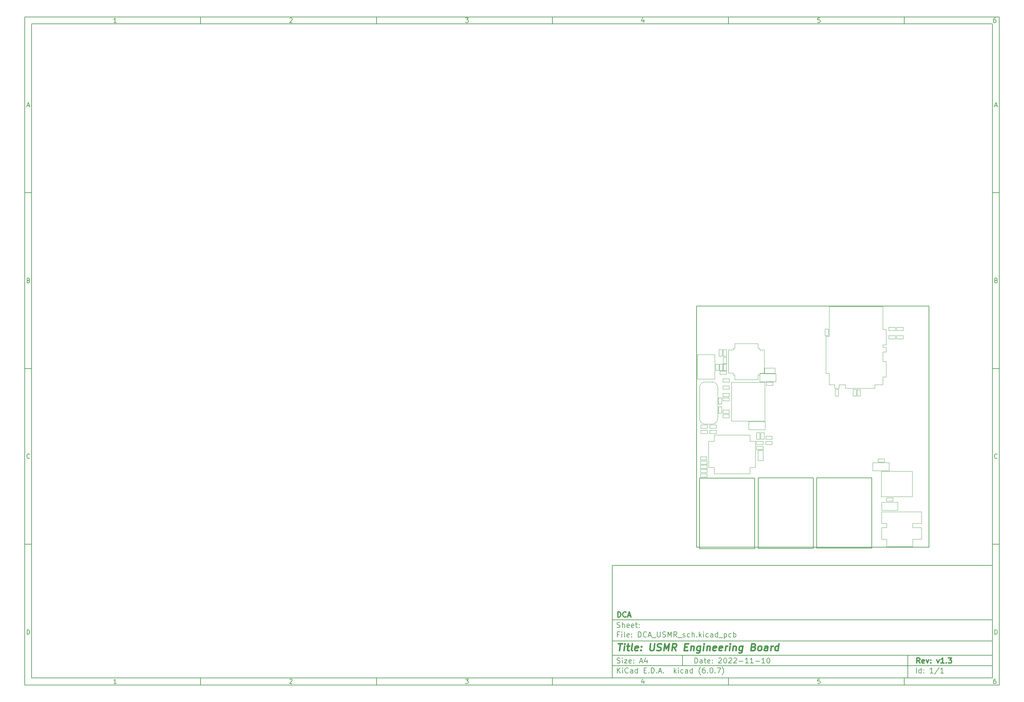
<source format=gbr>
%TF.GenerationSoftware,KiCad,Pcbnew,(6.0.7)*%
%TF.CreationDate,2023-02-07T14:26:13-05:00*%
%TF.ProjectId,DCA_USMR_sch,4443415f-5553-44d5-925f-7363682e6b69,v1.3*%
%TF.SameCoordinates,Original*%
%TF.FileFunction,Other,User*%
%FSLAX46Y46*%
G04 Gerber Fmt 4.6, Leading zero omitted, Abs format (unit mm)*
G04 Created by KiCad (PCBNEW (6.0.7)) date 2023-02-07 14:26:13*
%MOMM*%
%LPD*%
G01*
G04 APERTURE LIST*
%ADD10C,0.100000*%
%ADD11C,0.150000*%
%ADD12C,0.300000*%
%ADD13C,0.400000*%
%TA.AperFunction,Profile*%
%ADD14C,0.200000*%
%TD*%
%ADD15C,0.050000*%
G04 APERTURE END LIST*
D10*
D11*
X177002200Y-166007200D02*
X177002200Y-198007200D01*
X285002200Y-198007200D01*
X285002200Y-166007200D01*
X177002200Y-166007200D01*
D10*
D11*
X10000000Y-10000000D02*
X10000000Y-200007200D01*
X287002200Y-200007200D01*
X287002200Y-10000000D01*
X10000000Y-10000000D01*
D10*
D11*
X12000000Y-12000000D02*
X12000000Y-198007200D01*
X285002200Y-198007200D01*
X285002200Y-12000000D01*
X12000000Y-12000000D01*
D10*
D11*
X60000000Y-12000000D02*
X60000000Y-10000000D01*
D10*
D11*
X110000000Y-12000000D02*
X110000000Y-10000000D01*
D10*
D11*
X160000000Y-12000000D02*
X160000000Y-10000000D01*
D10*
D11*
X210000000Y-12000000D02*
X210000000Y-10000000D01*
D10*
D11*
X260000000Y-12000000D02*
X260000000Y-10000000D01*
D10*
D11*
X36065476Y-11588095D02*
X35322619Y-11588095D01*
X35694047Y-11588095D02*
X35694047Y-10288095D01*
X35570238Y-10473809D01*
X35446428Y-10597619D01*
X35322619Y-10659523D01*
D10*
D11*
X85322619Y-10411904D02*
X85384523Y-10350000D01*
X85508333Y-10288095D01*
X85817857Y-10288095D01*
X85941666Y-10350000D01*
X86003571Y-10411904D01*
X86065476Y-10535714D01*
X86065476Y-10659523D01*
X86003571Y-10845238D01*
X85260714Y-11588095D01*
X86065476Y-11588095D01*
D10*
D11*
X135260714Y-10288095D02*
X136065476Y-10288095D01*
X135632142Y-10783333D01*
X135817857Y-10783333D01*
X135941666Y-10845238D01*
X136003571Y-10907142D01*
X136065476Y-11030952D01*
X136065476Y-11340476D01*
X136003571Y-11464285D01*
X135941666Y-11526190D01*
X135817857Y-11588095D01*
X135446428Y-11588095D01*
X135322619Y-11526190D01*
X135260714Y-11464285D01*
D10*
D11*
X185941666Y-10721428D02*
X185941666Y-11588095D01*
X185632142Y-10226190D02*
X185322619Y-11154761D01*
X186127380Y-11154761D01*
D10*
D11*
X236003571Y-10288095D02*
X235384523Y-10288095D01*
X235322619Y-10907142D01*
X235384523Y-10845238D01*
X235508333Y-10783333D01*
X235817857Y-10783333D01*
X235941666Y-10845238D01*
X236003571Y-10907142D01*
X236065476Y-11030952D01*
X236065476Y-11340476D01*
X236003571Y-11464285D01*
X235941666Y-11526190D01*
X235817857Y-11588095D01*
X235508333Y-11588095D01*
X235384523Y-11526190D01*
X235322619Y-11464285D01*
D10*
D11*
X285941666Y-10288095D02*
X285694047Y-10288095D01*
X285570238Y-10350000D01*
X285508333Y-10411904D01*
X285384523Y-10597619D01*
X285322619Y-10845238D01*
X285322619Y-11340476D01*
X285384523Y-11464285D01*
X285446428Y-11526190D01*
X285570238Y-11588095D01*
X285817857Y-11588095D01*
X285941666Y-11526190D01*
X286003571Y-11464285D01*
X286065476Y-11340476D01*
X286065476Y-11030952D01*
X286003571Y-10907142D01*
X285941666Y-10845238D01*
X285817857Y-10783333D01*
X285570238Y-10783333D01*
X285446428Y-10845238D01*
X285384523Y-10907142D01*
X285322619Y-11030952D01*
D10*
D11*
X60000000Y-198007200D02*
X60000000Y-200007200D01*
D10*
D11*
X110000000Y-198007200D02*
X110000000Y-200007200D01*
D10*
D11*
X160000000Y-198007200D02*
X160000000Y-200007200D01*
D10*
D11*
X210000000Y-198007200D02*
X210000000Y-200007200D01*
D10*
D11*
X260000000Y-198007200D02*
X260000000Y-200007200D01*
D10*
D11*
X36065476Y-199595295D02*
X35322619Y-199595295D01*
X35694047Y-199595295D02*
X35694047Y-198295295D01*
X35570238Y-198481009D01*
X35446428Y-198604819D01*
X35322619Y-198666723D01*
D10*
D11*
X85322619Y-198419104D02*
X85384523Y-198357200D01*
X85508333Y-198295295D01*
X85817857Y-198295295D01*
X85941666Y-198357200D01*
X86003571Y-198419104D01*
X86065476Y-198542914D01*
X86065476Y-198666723D01*
X86003571Y-198852438D01*
X85260714Y-199595295D01*
X86065476Y-199595295D01*
D10*
D11*
X135260714Y-198295295D02*
X136065476Y-198295295D01*
X135632142Y-198790533D01*
X135817857Y-198790533D01*
X135941666Y-198852438D01*
X136003571Y-198914342D01*
X136065476Y-199038152D01*
X136065476Y-199347676D01*
X136003571Y-199471485D01*
X135941666Y-199533390D01*
X135817857Y-199595295D01*
X135446428Y-199595295D01*
X135322619Y-199533390D01*
X135260714Y-199471485D01*
D10*
D11*
X185941666Y-198728628D02*
X185941666Y-199595295D01*
X185632142Y-198233390D02*
X185322619Y-199161961D01*
X186127380Y-199161961D01*
D10*
D11*
X236003571Y-198295295D02*
X235384523Y-198295295D01*
X235322619Y-198914342D01*
X235384523Y-198852438D01*
X235508333Y-198790533D01*
X235817857Y-198790533D01*
X235941666Y-198852438D01*
X236003571Y-198914342D01*
X236065476Y-199038152D01*
X236065476Y-199347676D01*
X236003571Y-199471485D01*
X235941666Y-199533390D01*
X235817857Y-199595295D01*
X235508333Y-199595295D01*
X235384523Y-199533390D01*
X235322619Y-199471485D01*
D10*
D11*
X285941666Y-198295295D02*
X285694047Y-198295295D01*
X285570238Y-198357200D01*
X285508333Y-198419104D01*
X285384523Y-198604819D01*
X285322619Y-198852438D01*
X285322619Y-199347676D01*
X285384523Y-199471485D01*
X285446428Y-199533390D01*
X285570238Y-199595295D01*
X285817857Y-199595295D01*
X285941666Y-199533390D01*
X286003571Y-199471485D01*
X286065476Y-199347676D01*
X286065476Y-199038152D01*
X286003571Y-198914342D01*
X285941666Y-198852438D01*
X285817857Y-198790533D01*
X285570238Y-198790533D01*
X285446428Y-198852438D01*
X285384523Y-198914342D01*
X285322619Y-199038152D01*
D10*
D11*
X10000000Y-60000000D02*
X12000000Y-60000000D01*
D10*
D11*
X10000000Y-110000000D02*
X12000000Y-110000000D01*
D10*
D11*
X10000000Y-160000000D02*
X12000000Y-160000000D01*
D10*
D11*
X10690476Y-35216666D02*
X11309523Y-35216666D01*
X10566666Y-35588095D02*
X11000000Y-34288095D01*
X11433333Y-35588095D01*
D10*
D11*
X11092857Y-84907142D02*
X11278571Y-84969047D01*
X11340476Y-85030952D01*
X11402380Y-85154761D01*
X11402380Y-85340476D01*
X11340476Y-85464285D01*
X11278571Y-85526190D01*
X11154761Y-85588095D01*
X10659523Y-85588095D01*
X10659523Y-84288095D01*
X11092857Y-84288095D01*
X11216666Y-84350000D01*
X11278571Y-84411904D01*
X11340476Y-84535714D01*
X11340476Y-84659523D01*
X11278571Y-84783333D01*
X11216666Y-84845238D01*
X11092857Y-84907142D01*
X10659523Y-84907142D01*
D10*
D11*
X11402380Y-135464285D02*
X11340476Y-135526190D01*
X11154761Y-135588095D01*
X11030952Y-135588095D01*
X10845238Y-135526190D01*
X10721428Y-135402380D01*
X10659523Y-135278571D01*
X10597619Y-135030952D01*
X10597619Y-134845238D01*
X10659523Y-134597619D01*
X10721428Y-134473809D01*
X10845238Y-134350000D01*
X11030952Y-134288095D01*
X11154761Y-134288095D01*
X11340476Y-134350000D01*
X11402380Y-134411904D01*
D10*
D11*
X10659523Y-185588095D02*
X10659523Y-184288095D01*
X10969047Y-184288095D01*
X11154761Y-184350000D01*
X11278571Y-184473809D01*
X11340476Y-184597619D01*
X11402380Y-184845238D01*
X11402380Y-185030952D01*
X11340476Y-185278571D01*
X11278571Y-185402380D01*
X11154761Y-185526190D01*
X10969047Y-185588095D01*
X10659523Y-185588095D01*
D10*
D11*
X287002200Y-60000000D02*
X285002200Y-60000000D01*
D10*
D11*
X287002200Y-110000000D02*
X285002200Y-110000000D01*
D10*
D11*
X287002200Y-160000000D02*
X285002200Y-160000000D01*
D10*
D11*
X285692676Y-35216666D02*
X286311723Y-35216666D01*
X285568866Y-35588095D02*
X286002200Y-34288095D01*
X286435533Y-35588095D01*
D10*
D11*
X286095057Y-84907142D02*
X286280771Y-84969047D01*
X286342676Y-85030952D01*
X286404580Y-85154761D01*
X286404580Y-85340476D01*
X286342676Y-85464285D01*
X286280771Y-85526190D01*
X286156961Y-85588095D01*
X285661723Y-85588095D01*
X285661723Y-84288095D01*
X286095057Y-84288095D01*
X286218866Y-84350000D01*
X286280771Y-84411904D01*
X286342676Y-84535714D01*
X286342676Y-84659523D01*
X286280771Y-84783333D01*
X286218866Y-84845238D01*
X286095057Y-84907142D01*
X285661723Y-84907142D01*
D10*
D11*
X286404580Y-135464285D02*
X286342676Y-135526190D01*
X286156961Y-135588095D01*
X286033152Y-135588095D01*
X285847438Y-135526190D01*
X285723628Y-135402380D01*
X285661723Y-135278571D01*
X285599819Y-135030952D01*
X285599819Y-134845238D01*
X285661723Y-134597619D01*
X285723628Y-134473809D01*
X285847438Y-134350000D01*
X286033152Y-134288095D01*
X286156961Y-134288095D01*
X286342676Y-134350000D01*
X286404580Y-134411904D01*
D10*
D11*
X285661723Y-185588095D02*
X285661723Y-184288095D01*
X285971247Y-184288095D01*
X286156961Y-184350000D01*
X286280771Y-184473809D01*
X286342676Y-184597619D01*
X286404580Y-184845238D01*
X286404580Y-185030952D01*
X286342676Y-185278571D01*
X286280771Y-185402380D01*
X286156961Y-185526190D01*
X285971247Y-185588095D01*
X285661723Y-185588095D01*
D10*
D11*
X200434342Y-193785771D02*
X200434342Y-192285771D01*
X200791485Y-192285771D01*
X201005771Y-192357200D01*
X201148628Y-192500057D01*
X201220057Y-192642914D01*
X201291485Y-192928628D01*
X201291485Y-193142914D01*
X201220057Y-193428628D01*
X201148628Y-193571485D01*
X201005771Y-193714342D01*
X200791485Y-193785771D01*
X200434342Y-193785771D01*
X202577200Y-193785771D02*
X202577200Y-193000057D01*
X202505771Y-192857200D01*
X202362914Y-192785771D01*
X202077200Y-192785771D01*
X201934342Y-192857200D01*
X202577200Y-193714342D02*
X202434342Y-193785771D01*
X202077200Y-193785771D01*
X201934342Y-193714342D01*
X201862914Y-193571485D01*
X201862914Y-193428628D01*
X201934342Y-193285771D01*
X202077200Y-193214342D01*
X202434342Y-193214342D01*
X202577200Y-193142914D01*
X203077200Y-192785771D02*
X203648628Y-192785771D01*
X203291485Y-192285771D02*
X203291485Y-193571485D01*
X203362914Y-193714342D01*
X203505771Y-193785771D01*
X203648628Y-193785771D01*
X204720057Y-193714342D02*
X204577200Y-193785771D01*
X204291485Y-193785771D01*
X204148628Y-193714342D01*
X204077200Y-193571485D01*
X204077200Y-193000057D01*
X204148628Y-192857200D01*
X204291485Y-192785771D01*
X204577200Y-192785771D01*
X204720057Y-192857200D01*
X204791485Y-193000057D01*
X204791485Y-193142914D01*
X204077200Y-193285771D01*
X205434342Y-193642914D02*
X205505771Y-193714342D01*
X205434342Y-193785771D01*
X205362914Y-193714342D01*
X205434342Y-193642914D01*
X205434342Y-193785771D01*
X205434342Y-192857200D02*
X205505771Y-192928628D01*
X205434342Y-193000057D01*
X205362914Y-192928628D01*
X205434342Y-192857200D01*
X205434342Y-193000057D01*
X207220057Y-192428628D02*
X207291485Y-192357200D01*
X207434342Y-192285771D01*
X207791485Y-192285771D01*
X207934342Y-192357200D01*
X208005771Y-192428628D01*
X208077200Y-192571485D01*
X208077200Y-192714342D01*
X208005771Y-192928628D01*
X207148628Y-193785771D01*
X208077200Y-193785771D01*
X209005771Y-192285771D02*
X209148628Y-192285771D01*
X209291485Y-192357200D01*
X209362914Y-192428628D01*
X209434342Y-192571485D01*
X209505771Y-192857200D01*
X209505771Y-193214342D01*
X209434342Y-193500057D01*
X209362914Y-193642914D01*
X209291485Y-193714342D01*
X209148628Y-193785771D01*
X209005771Y-193785771D01*
X208862914Y-193714342D01*
X208791485Y-193642914D01*
X208720057Y-193500057D01*
X208648628Y-193214342D01*
X208648628Y-192857200D01*
X208720057Y-192571485D01*
X208791485Y-192428628D01*
X208862914Y-192357200D01*
X209005771Y-192285771D01*
X210077200Y-192428628D02*
X210148628Y-192357200D01*
X210291485Y-192285771D01*
X210648628Y-192285771D01*
X210791485Y-192357200D01*
X210862914Y-192428628D01*
X210934342Y-192571485D01*
X210934342Y-192714342D01*
X210862914Y-192928628D01*
X210005771Y-193785771D01*
X210934342Y-193785771D01*
X211505771Y-192428628D02*
X211577200Y-192357200D01*
X211720057Y-192285771D01*
X212077200Y-192285771D01*
X212220057Y-192357200D01*
X212291485Y-192428628D01*
X212362914Y-192571485D01*
X212362914Y-192714342D01*
X212291485Y-192928628D01*
X211434342Y-193785771D01*
X212362914Y-193785771D01*
X213005771Y-193214342D02*
X214148628Y-193214342D01*
X215648628Y-193785771D02*
X214791485Y-193785771D01*
X215220057Y-193785771D02*
X215220057Y-192285771D01*
X215077200Y-192500057D01*
X214934342Y-192642914D01*
X214791485Y-192714342D01*
X217077200Y-193785771D02*
X216220057Y-193785771D01*
X216648628Y-193785771D02*
X216648628Y-192285771D01*
X216505771Y-192500057D01*
X216362914Y-192642914D01*
X216220057Y-192714342D01*
X217720057Y-193214342D02*
X218862914Y-193214342D01*
X220362914Y-193785771D02*
X219505771Y-193785771D01*
X219934342Y-193785771D02*
X219934342Y-192285771D01*
X219791485Y-192500057D01*
X219648628Y-192642914D01*
X219505771Y-192714342D01*
X221291485Y-192285771D02*
X221434342Y-192285771D01*
X221577200Y-192357200D01*
X221648628Y-192428628D01*
X221720057Y-192571485D01*
X221791485Y-192857200D01*
X221791485Y-193214342D01*
X221720057Y-193500057D01*
X221648628Y-193642914D01*
X221577200Y-193714342D01*
X221434342Y-193785771D01*
X221291485Y-193785771D01*
X221148628Y-193714342D01*
X221077200Y-193642914D01*
X221005771Y-193500057D01*
X220934342Y-193214342D01*
X220934342Y-192857200D01*
X221005771Y-192571485D01*
X221077200Y-192428628D01*
X221148628Y-192357200D01*
X221291485Y-192285771D01*
D10*
D11*
X177002200Y-194507200D02*
X285002200Y-194507200D01*
D10*
D11*
X178434342Y-196585771D02*
X178434342Y-195085771D01*
X179291485Y-196585771D02*
X178648628Y-195728628D01*
X179291485Y-195085771D02*
X178434342Y-195942914D01*
X179934342Y-196585771D02*
X179934342Y-195585771D01*
X179934342Y-195085771D02*
X179862914Y-195157200D01*
X179934342Y-195228628D01*
X180005771Y-195157200D01*
X179934342Y-195085771D01*
X179934342Y-195228628D01*
X181505771Y-196442914D02*
X181434342Y-196514342D01*
X181220057Y-196585771D01*
X181077200Y-196585771D01*
X180862914Y-196514342D01*
X180720057Y-196371485D01*
X180648628Y-196228628D01*
X180577200Y-195942914D01*
X180577200Y-195728628D01*
X180648628Y-195442914D01*
X180720057Y-195300057D01*
X180862914Y-195157200D01*
X181077200Y-195085771D01*
X181220057Y-195085771D01*
X181434342Y-195157200D01*
X181505771Y-195228628D01*
X182791485Y-196585771D02*
X182791485Y-195800057D01*
X182720057Y-195657200D01*
X182577200Y-195585771D01*
X182291485Y-195585771D01*
X182148628Y-195657200D01*
X182791485Y-196514342D02*
X182648628Y-196585771D01*
X182291485Y-196585771D01*
X182148628Y-196514342D01*
X182077200Y-196371485D01*
X182077200Y-196228628D01*
X182148628Y-196085771D01*
X182291485Y-196014342D01*
X182648628Y-196014342D01*
X182791485Y-195942914D01*
X184148628Y-196585771D02*
X184148628Y-195085771D01*
X184148628Y-196514342D02*
X184005771Y-196585771D01*
X183720057Y-196585771D01*
X183577200Y-196514342D01*
X183505771Y-196442914D01*
X183434342Y-196300057D01*
X183434342Y-195871485D01*
X183505771Y-195728628D01*
X183577200Y-195657200D01*
X183720057Y-195585771D01*
X184005771Y-195585771D01*
X184148628Y-195657200D01*
X186005771Y-195800057D02*
X186505771Y-195800057D01*
X186720057Y-196585771D02*
X186005771Y-196585771D01*
X186005771Y-195085771D01*
X186720057Y-195085771D01*
X187362914Y-196442914D02*
X187434342Y-196514342D01*
X187362914Y-196585771D01*
X187291485Y-196514342D01*
X187362914Y-196442914D01*
X187362914Y-196585771D01*
X188077200Y-196585771D02*
X188077200Y-195085771D01*
X188434342Y-195085771D01*
X188648628Y-195157200D01*
X188791485Y-195300057D01*
X188862914Y-195442914D01*
X188934342Y-195728628D01*
X188934342Y-195942914D01*
X188862914Y-196228628D01*
X188791485Y-196371485D01*
X188648628Y-196514342D01*
X188434342Y-196585771D01*
X188077200Y-196585771D01*
X189577200Y-196442914D02*
X189648628Y-196514342D01*
X189577200Y-196585771D01*
X189505771Y-196514342D01*
X189577200Y-196442914D01*
X189577200Y-196585771D01*
X190220057Y-196157200D02*
X190934342Y-196157200D01*
X190077200Y-196585771D02*
X190577200Y-195085771D01*
X191077200Y-196585771D01*
X191577200Y-196442914D02*
X191648628Y-196514342D01*
X191577200Y-196585771D01*
X191505771Y-196514342D01*
X191577200Y-196442914D01*
X191577200Y-196585771D01*
X194577200Y-196585771D02*
X194577200Y-195085771D01*
X194720057Y-196014342D02*
X195148628Y-196585771D01*
X195148628Y-195585771D02*
X194577200Y-196157200D01*
X195791485Y-196585771D02*
X195791485Y-195585771D01*
X195791485Y-195085771D02*
X195720057Y-195157200D01*
X195791485Y-195228628D01*
X195862914Y-195157200D01*
X195791485Y-195085771D01*
X195791485Y-195228628D01*
X197148628Y-196514342D02*
X197005771Y-196585771D01*
X196720057Y-196585771D01*
X196577200Y-196514342D01*
X196505771Y-196442914D01*
X196434342Y-196300057D01*
X196434342Y-195871485D01*
X196505771Y-195728628D01*
X196577200Y-195657200D01*
X196720057Y-195585771D01*
X197005771Y-195585771D01*
X197148628Y-195657200D01*
X198434342Y-196585771D02*
X198434342Y-195800057D01*
X198362914Y-195657200D01*
X198220057Y-195585771D01*
X197934342Y-195585771D01*
X197791485Y-195657200D01*
X198434342Y-196514342D02*
X198291485Y-196585771D01*
X197934342Y-196585771D01*
X197791485Y-196514342D01*
X197720057Y-196371485D01*
X197720057Y-196228628D01*
X197791485Y-196085771D01*
X197934342Y-196014342D01*
X198291485Y-196014342D01*
X198434342Y-195942914D01*
X199791485Y-196585771D02*
X199791485Y-195085771D01*
X199791485Y-196514342D02*
X199648628Y-196585771D01*
X199362914Y-196585771D01*
X199220057Y-196514342D01*
X199148628Y-196442914D01*
X199077200Y-196300057D01*
X199077200Y-195871485D01*
X199148628Y-195728628D01*
X199220057Y-195657200D01*
X199362914Y-195585771D01*
X199648628Y-195585771D01*
X199791485Y-195657200D01*
X202077200Y-197157200D02*
X202005771Y-197085771D01*
X201862914Y-196871485D01*
X201791485Y-196728628D01*
X201720057Y-196514342D01*
X201648628Y-196157200D01*
X201648628Y-195871485D01*
X201720057Y-195514342D01*
X201791485Y-195300057D01*
X201862914Y-195157200D01*
X202005771Y-194942914D01*
X202077200Y-194871485D01*
X203291485Y-195085771D02*
X203005771Y-195085771D01*
X202862914Y-195157200D01*
X202791485Y-195228628D01*
X202648628Y-195442914D01*
X202577200Y-195728628D01*
X202577200Y-196300057D01*
X202648628Y-196442914D01*
X202720057Y-196514342D01*
X202862914Y-196585771D01*
X203148628Y-196585771D01*
X203291485Y-196514342D01*
X203362914Y-196442914D01*
X203434342Y-196300057D01*
X203434342Y-195942914D01*
X203362914Y-195800057D01*
X203291485Y-195728628D01*
X203148628Y-195657200D01*
X202862914Y-195657200D01*
X202720057Y-195728628D01*
X202648628Y-195800057D01*
X202577200Y-195942914D01*
X204077200Y-196442914D02*
X204148628Y-196514342D01*
X204077200Y-196585771D01*
X204005771Y-196514342D01*
X204077200Y-196442914D01*
X204077200Y-196585771D01*
X205077200Y-195085771D02*
X205220057Y-195085771D01*
X205362914Y-195157200D01*
X205434342Y-195228628D01*
X205505771Y-195371485D01*
X205577200Y-195657200D01*
X205577200Y-196014342D01*
X205505771Y-196300057D01*
X205434342Y-196442914D01*
X205362914Y-196514342D01*
X205220057Y-196585771D01*
X205077200Y-196585771D01*
X204934342Y-196514342D01*
X204862914Y-196442914D01*
X204791485Y-196300057D01*
X204720057Y-196014342D01*
X204720057Y-195657200D01*
X204791485Y-195371485D01*
X204862914Y-195228628D01*
X204934342Y-195157200D01*
X205077200Y-195085771D01*
X206220057Y-196442914D02*
X206291485Y-196514342D01*
X206220057Y-196585771D01*
X206148628Y-196514342D01*
X206220057Y-196442914D01*
X206220057Y-196585771D01*
X206791485Y-195085771D02*
X207791485Y-195085771D01*
X207148628Y-196585771D01*
X208220057Y-197157200D02*
X208291485Y-197085771D01*
X208434342Y-196871485D01*
X208505771Y-196728628D01*
X208577200Y-196514342D01*
X208648628Y-196157200D01*
X208648628Y-195871485D01*
X208577200Y-195514342D01*
X208505771Y-195300057D01*
X208434342Y-195157200D01*
X208291485Y-194942914D01*
X208220057Y-194871485D01*
D10*
D11*
X177002200Y-191507200D02*
X285002200Y-191507200D01*
D10*
D12*
X264411485Y-193785771D02*
X263911485Y-193071485D01*
X263554342Y-193785771D02*
X263554342Y-192285771D01*
X264125771Y-192285771D01*
X264268628Y-192357200D01*
X264340057Y-192428628D01*
X264411485Y-192571485D01*
X264411485Y-192785771D01*
X264340057Y-192928628D01*
X264268628Y-193000057D01*
X264125771Y-193071485D01*
X263554342Y-193071485D01*
X265625771Y-193714342D02*
X265482914Y-193785771D01*
X265197200Y-193785771D01*
X265054342Y-193714342D01*
X264982914Y-193571485D01*
X264982914Y-193000057D01*
X265054342Y-192857200D01*
X265197200Y-192785771D01*
X265482914Y-192785771D01*
X265625771Y-192857200D01*
X265697200Y-193000057D01*
X265697200Y-193142914D01*
X264982914Y-193285771D01*
X266197200Y-192785771D02*
X266554342Y-193785771D01*
X266911485Y-192785771D01*
X267482914Y-193642914D02*
X267554342Y-193714342D01*
X267482914Y-193785771D01*
X267411485Y-193714342D01*
X267482914Y-193642914D01*
X267482914Y-193785771D01*
X267482914Y-192857200D02*
X267554342Y-192928628D01*
X267482914Y-193000057D01*
X267411485Y-192928628D01*
X267482914Y-192857200D01*
X267482914Y-193000057D01*
X269197200Y-192785771D02*
X269554342Y-193785771D01*
X269911485Y-192785771D01*
X271268628Y-193785771D02*
X270411485Y-193785771D01*
X270840057Y-193785771D02*
X270840057Y-192285771D01*
X270697200Y-192500057D01*
X270554342Y-192642914D01*
X270411485Y-192714342D01*
X271911485Y-193642914D02*
X271982914Y-193714342D01*
X271911485Y-193785771D01*
X271840057Y-193714342D01*
X271911485Y-193642914D01*
X271911485Y-193785771D01*
X272482914Y-192285771D02*
X273411485Y-192285771D01*
X272911485Y-192857200D01*
X273125771Y-192857200D01*
X273268628Y-192928628D01*
X273340057Y-193000057D01*
X273411485Y-193142914D01*
X273411485Y-193500057D01*
X273340057Y-193642914D01*
X273268628Y-193714342D01*
X273125771Y-193785771D01*
X272697200Y-193785771D01*
X272554342Y-193714342D01*
X272482914Y-193642914D01*
D10*
D11*
X178362914Y-193714342D02*
X178577200Y-193785771D01*
X178934342Y-193785771D01*
X179077200Y-193714342D01*
X179148628Y-193642914D01*
X179220057Y-193500057D01*
X179220057Y-193357200D01*
X179148628Y-193214342D01*
X179077200Y-193142914D01*
X178934342Y-193071485D01*
X178648628Y-193000057D01*
X178505771Y-192928628D01*
X178434342Y-192857200D01*
X178362914Y-192714342D01*
X178362914Y-192571485D01*
X178434342Y-192428628D01*
X178505771Y-192357200D01*
X178648628Y-192285771D01*
X179005771Y-192285771D01*
X179220057Y-192357200D01*
X179862914Y-193785771D02*
X179862914Y-192785771D01*
X179862914Y-192285771D02*
X179791485Y-192357200D01*
X179862914Y-192428628D01*
X179934342Y-192357200D01*
X179862914Y-192285771D01*
X179862914Y-192428628D01*
X180434342Y-192785771D02*
X181220057Y-192785771D01*
X180434342Y-193785771D01*
X181220057Y-193785771D01*
X182362914Y-193714342D02*
X182220057Y-193785771D01*
X181934342Y-193785771D01*
X181791485Y-193714342D01*
X181720057Y-193571485D01*
X181720057Y-193000057D01*
X181791485Y-192857200D01*
X181934342Y-192785771D01*
X182220057Y-192785771D01*
X182362914Y-192857200D01*
X182434342Y-193000057D01*
X182434342Y-193142914D01*
X181720057Y-193285771D01*
X183077200Y-193642914D02*
X183148628Y-193714342D01*
X183077200Y-193785771D01*
X183005771Y-193714342D01*
X183077200Y-193642914D01*
X183077200Y-193785771D01*
X183077200Y-192857200D02*
X183148628Y-192928628D01*
X183077200Y-193000057D01*
X183005771Y-192928628D01*
X183077200Y-192857200D01*
X183077200Y-193000057D01*
X184862914Y-193357200D02*
X185577200Y-193357200D01*
X184720057Y-193785771D02*
X185220057Y-192285771D01*
X185720057Y-193785771D01*
X186862914Y-192785771D02*
X186862914Y-193785771D01*
X186505771Y-192214342D02*
X186148628Y-193285771D01*
X187077200Y-193285771D01*
D10*
D11*
X263434342Y-196585771D02*
X263434342Y-195085771D01*
X264791485Y-196585771D02*
X264791485Y-195085771D01*
X264791485Y-196514342D02*
X264648628Y-196585771D01*
X264362914Y-196585771D01*
X264220057Y-196514342D01*
X264148628Y-196442914D01*
X264077200Y-196300057D01*
X264077200Y-195871485D01*
X264148628Y-195728628D01*
X264220057Y-195657200D01*
X264362914Y-195585771D01*
X264648628Y-195585771D01*
X264791485Y-195657200D01*
X265505771Y-196442914D02*
X265577200Y-196514342D01*
X265505771Y-196585771D01*
X265434342Y-196514342D01*
X265505771Y-196442914D01*
X265505771Y-196585771D01*
X265505771Y-195657200D02*
X265577200Y-195728628D01*
X265505771Y-195800057D01*
X265434342Y-195728628D01*
X265505771Y-195657200D01*
X265505771Y-195800057D01*
X268148628Y-196585771D02*
X267291485Y-196585771D01*
X267720057Y-196585771D02*
X267720057Y-195085771D01*
X267577200Y-195300057D01*
X267434342Y-195442914D01*
X267291485Y-195514342D01*
X269862914Y-195014342D02*
X268577200Y-196942914D01*
X271148628Y-196585771D02*
X270291485Y-196585771D01*
X270720057Y-196585771D02*
X270720057Y-195085771D01*
X270577200Y-195300057D01*
X270434342Y-195442914D01*
X270291485Y-195514342D01*
D10*
D11*
X177002200Y-187507200D02*
X285002200Y-187507200D01*
D10*
D13*
X178714580Y-188211961D02*
X179857438Y-188211961D01*
X179036009Y-190211961D02*
X179286009Y-188211961D01*
X180274104Y-190211961D02*
X180440771Y-188878628D01*
X180524104Y-188211961D02*
X180416961Y-188307200D01*
X180500295Y-188402438D01*
X180607438Y-188307200D01*
X180524104Y-188211961D01*
X180500295Y-188402438D01*
X181107438Y-188878628D02*
X181869342Y-188878628D01*
X181476485Y-188211961D02*
X181262200Y-189926247D01*
X181333628Y-190116723D01*
X181512200Y-190211961D01*
X181702676Y-190211961D01*
X182655057Y-190211961D02*
X182476485Y-190116723D01*
X182405057Y-189926247D01*
X182619342Y-188211961D01*
X184190771Y-190116723D02*
X183988390Y-190211961D01*
X183607438Y-190211961D01*
X183428866Y-190116723D01*
X183357438Y-189926247D01*
X183452676Y-189164342D01*
X183571723Y-188973866D01*
X183774104Y-188878628D01*
X184155057Y-188878628D01*
X184333628Y-188973866D01*
X184405057Y-189164342D01*
X184381247Y-189354819D01*
X183405057Y-189545295D01*
X185155057Y-190021485D02*
X185238390Y-190116723D01*
X185131247Y-190211961D01*
X185047914Y-190116723D01*
X185155057Y-190021485D01*
X185131247Y-190211961D01*
X185286009Y-188973866D02*
X185369342Y-189069104D01*
X185262200Y-189164342D01*
X185178866Y-189069104D01*
X185286009Y-188973866D01*
X185262200Y-189164342D01*
X187857438Y-188211961D02*
X187655057Y-189831009D01*
X187726485Y-190021485D01*
X187809819Y-190116723D01*
X187988390Y-190211961D01*
X188369342Y-190211961D01*
X188571723Y-190116723D01*
X188678866Y-190021485D01*
X188797914Y-189831009D01*
X189000295Y-188211961D01*
X189619342Y-190116723D02*
X189893152Y-190211961D01*
X190369342Y-190211961D01*
X190571723Y-190116723D01*
X190678866Y-190021485D01*
X190797914Y-189831009D01*
X190821723Y-189640533D01*
X190750295Y-189450057D01*
X190666961Y-189354819D01*
X190488390Y-189259580D01*
X190119342Y-189164342D01*
X189940771Y-189069104D01*
X189857438Y-188973866D01*
X189786009Y-188783390D01*
X189809819Y-188592914D01*
X189928866Y-188402438D01*
X190036009Y-188307200D01*
X190238390Y-188211961D01*
X190714580Y-188211961D01*
X190988390Y-188307200D01*
X191607438Y-190211961D02*
X191857438Y-188211961D01*
X192345533Y-189640533D01*
X193190771Y-188211961D01*
X192940771Y-190211961D01*
X195036009Y-190211961D02*
X194488390Y-189259580D01*
X193893152Y-190211961D02*
X194143152Y-188211961D01*
X194905057Y-188211961D01*
X195083628Y-188307200D01*
X195166961Y-188402438D01*
X195238390Y-188592914D01*
X195202676Y-188878628D01*
X195083628Y-189069104D01*
X194976485Y-189164342D01*
X194774104Y-189259580D01*
X194012200Y-189259580D01*
X197547914Y-189164342D02*
X198214580Y-189164342D01*
X198369342Y-190211961D02*
X197416961Y-190211961D01*
X197666961Y-188211961D01*
X198619342Y-188211961D01*
X199393152Y-188878628D02*
X199226485Y-190211961D01*
X199369342Y-189069104D02*
X199476485Y-188973866D01*
X199678866Y-188878628D01*
X199964580Y-188878628D01*
X200143152Y-188973866D01*
X200214580Y-189164342D01*
X200083628Y-190211961D01*
X202059819Y-188878628D02*
X201857438Y-190497676D01*
X201738390Y-190688152D01*
X201631247Y-190783390D01*
X201428866Y-190878628D01*
X201143152Y-190878628D01*
X200964580Y-190783390D01*
X201905057Y-190116723D02*
X201702676Y-190211961D01*
X201321723Y-190211961D01*
X201143152Y-190116723D01*
X201059819Y-190021485D01*
X200988390Y-189831009D01*
X201059819Y-189259580D01*
X201178866Y-189069104D01*
X201286009Y-188973866D01*
X201488390Y-188878628D01*
X201869342Y-188878628D01*
X202047914Y-188973866D01*
X202845533Y-190211961D02*
X203012200Y-188878628D01*
X203095533Y-188211961D02*
X202988390Y-188307200D01*
X203071723Y-188402438D01*
X203178866Y-188307200D01*
X203095533Y-188211961D01*
X203071723Y-188402438D01*
X203964580Y-188878628D02*
X203797914Y-190211961D01*
X203940771Y-189069104D02*
X204047914Y-188973866D01*
X204250295Y-188878628D01*
X204536009Y-188878628D01*
X204714580Y-188973866D01*
X204786009Y-189164342D01*
X204655057Y-190211961D01*
X206381247Y-190116723D02*
X206178866Y-190211961D01*
X205797914Y-190211961D01*
X205619342Y-190116723D01*
X205547914Y-189926247D01*
X205643152Y-189164342D01*
X205762200Y-188973866D01*
X205964580Y-188878628D01*
X206345533Y-188878628D01*
X206524104Y-188973866D01*
X206595533Y-189164342D01*
X206571723Y-189354819D01*
X205595533Y-189545295D01*
X208095533Y-190116723D02*
X207893152Y-190211961D01*
X207512200Y-190211961D01*
X207333628Y-190116723D01*
X207262200Y-189926247D01*
X207357438Y-189164342D01*
X207476485Y-188973866D01*
X207678866Y-188878628D01*
X208059819Y-188878628D01*
X208238390Y-188973866D01*
X208309819Y-189164342D01*
X208286009Y-189354819D01*
X207309819Y-189545295D01*
X209036009Y-190211961D02*
X209202676Y-188878628D01*
X209155057Y-189259580D02*
X209274104Y-189069104D01*
X209381247Y-188973866D01*
X209583628Y-188878628D01*
X209774104Y-188878628D01*
X210274104Y-190211961D02*
X210440771Y-188878628D01*
X210524104Y-188211961D02*
X210416961Y-188307200D01*
X210500295Y-188402438D01*
X210607438Y-188307200D01*
X210524104Y-188211961D01*
X210500295Y-188402438D01*
X211393152Y-188878628D02*
X211226485Y-190211961D01*
X211369342Y-189069104D02*
X211476485Y-188973866D01*
X211678866Y-188878628D01*
X211964580Y-188878628D01*
X212143152Y-188973866D01*
X212214580Y-189164342D01*
X212083628Y-190211961D01*
X214059819Y-188878628D02*
X213857438Y-190497676D01*
X213738390Y-190688152D01*
X213631247Y-190783390D01*
X213428866Y-190878628D01*
X213143152Y-190878628D01*
X212964580Y-190783390D01*
X213905057Y-190116723D02*
X213702676Y-190211961D01*
X213321723Y-190211961D01*
X213143152Y-190116723D01*
X213059819Y-190021485D01*
X212988390Y-189831009D01*
X213059819Y-189259580D01*
X213178866Y-189069104D01*
X213286009Y-188973866D01*
X213488390Y-188878628D01*
X213869342Y-188878628D01*
X214047914Y-188973866D01*
X217166961Y-189164342D02*
X217440771Y-189259580D01*
X217524104Y-189354819D01*
X217595533Y-189545295D01*
X217559819Y-189831009D01*
X217440771Y-190021485D01*
X217333628Y-190116723D01*
X217131247Y-190211961D01*
X216369342Y-190211961D01*
X216619342Y-188211961D01*
X217286009Y-188211961D01*
X217464580Y-188307200D01*
X217547914Y-188402438D01*
X217619342Y-188592914D01*
X217595533Y-188783390D01*
X217476485Y-188973866D01*
X217369342Y-189069104D01*
X217166961Y-189164342D01*
X216500295Y-189164342D01*
X218655057Y-190211961D02*
X218476485Y-190116723D01*
X218393152Y-190021485D01*
X218321723Y-189831009D01*
X218393152Y-189259580D01*
X218512200Y-189069104D01*
X218619342Y-188973866D01*
X218821723Y-188878628D01*
X219107438Y-188878628D01*
X219286009Y-188973866D01*
X219369342Y-189069104D01*
X219440771Y-189259580D01*
X219369342Y-189831009D01*
X219250295Y-190021485D01*
X219143152Y-190116723D01*
X218940771Y-190211961D01*
X218655057Y-190211961D01*
X221036009Y-190211961D02*
X221166961Y-189164342D01*
X221095533Y-188973866D01*
X220916961Y-188878628D01*
X220536009Y-188878628D01*
X220333628Y-188973866D01*
X221047914Y-190116723D02*
X220845533Y-190211961D01*
X220369342Y-190211961D01*
X220190771Y-190116723D01*
X220119342Y-189926247D01*
X220143152Y-189735771D01*
X220262200Y-189545295D01*
X220464580Y-189450057D01*
X220940771Y-189450057D01*
X221143152Y-189354819D01*
X221988390Y-190211961D02*
X222155057Y-188878628D01*
X222107438Y-189259580D02*
X222226485Y-189069104D01*
X222333628Y-188973866D01*
X222536009Y-188878628D01*
X222726485Y-188878628D01*
X224083628Y-190211961D02*
X224333628Y-188211961D01*
X224095533Y-190116723D02*
X223893152Y-190211961D01*
X223512199Y-190211961D01*
X223333628Y-190116723D01*
X223250295Y-190021485D01*
X223178866Y-189831009D01*
X223250295Y-189259580D01*
X223369342Y-189069104D01*
X223476485Y-188973866D01*
X223678866Y-188878628D01*
X224059819Y-188878628D01*
X224238390Y-188973866D01*
D10*
D11*
X178934342Y-185600057D02*
X178434342Y-185600057D01*
X178434342Y-186385771D02*
X178434342Y-184885771D01*
X179148628Y-184885771D01*
X179720057Y-186385771D02*
X179720057Y-185385771D01*
X179720057Y-184885771D02*
X179648628Y-184957200D01*
X179720057Y-185028628D01*
X179791485Y-184957200D01*
X179720057Y-184885771D01*
X179720057Y-185028628D01*
X180648628Y-186385771D02*
X180505771Y-186314342D01*
X180434342Y-186171485D01*
X180434342Y-184885771D01*
X181791485Y-186314342D02*
X181648628Y-186385771D01*
X181362914Y-186385771D01*
X181220057Y-186314342D01*
X181148628Y-186171485D01*
X181148628Y-185600057D01*
X181220057Y-185457200D01*
X181362914Y-185385771D01*
X181648628Y-185385771D01*
X181791485Y-185457200D01*
X181862914Y-185600057D01*
X181862914Y-185742914D01*
X181148628Y-185885771D01*
X182505771Y-186242914D02*
X182577200Y-186314342D01*
X182505771Y-186385771D01*
X182434342Y-186314342D01*
X182505771Y-186242914D01*
X182505771Y-186385771D01*
X182505771Y-185457200D02*
X182577200Y-185528628D01*
X182505771Y-185600057D01*
X182434342Y-185528628D01*
X182505771Y-185457200D01*
X182505771Y-185600057D01*
X184362914Y-186385771D02*
X184362914Y-184885771D01*
X184720057Y-184885771D01*
X184934342Y-184957200D01*
X185077200Y-185100057D01*
X185148628Y-185242914D01*
X185220057Y-185528628D01*
X185220057Y-185742914D01*
X185148628Y-186028628D01*
X185077200Y-186171485D01*
X184934342Y-186314342D01*
X184720057Y-186385771D01*
X184362914Y-186385771D01*
X186720057Y-186242914D02*
X186648628Y-186314342D01*
X186434342Y-186385771D01*
X186291485Y-186385771D01*
X186077200Y-186314342D01*
X185934342Y-186171485D01*
X185862914Y-186028628D01*
X185791485Y-185742914D01*
X185791485Y-185528628D01*
X185862914Y-185242914D01*
X185934342Y-185100057D01*
X186077200Y-184957200D01*
X186291485Y-184885771D01*
X186434342Y-184885771D01*
X186648628Y-184957200D01*
X186720057Y-185028628D01*
X187291485Y-185957200D02*
X188005771Y-185957200D01*
X187148628Y-186385771D02*
X187648628Y-184885771D01*
X188148628Y-186385771D01*
X188291485Y-186528628D02*
X189434342Y-186528628D01*
X189791485Y-184885771D02*
X189791485Y-186100057D01*
X189862914Y-186242914D01*
X189934342Y-186314342D01*
X190077200Y-186385771D01*
X190362914Y-186385771D01*
X190505771Y-186314342D01*
X190577200Y-186242914D01*
X190648628Y-186100057D01*
X190648628Y-184885771D01*
X191291485Y-186314342D02*
X191505771Y-186385771D01*
X191862914Y-186385771D01*
X192005771Y-186314342D01*
X192077200Y-186242914D01*
X192148628Y-186100057D01*
X192148628Y-185957200D01*
X192077200Y-185814342D01*
X192005771Y-185742914D01*
X191862914Y-185671485D01*
X191577200Y-185600057D01*
X191434342Y-185528628D01*
X191362914Y-185457200D01*
X191291485Y-185314342D01*
X191291485Y-185171485D01*
X191362914Y-185028628D01*
X191434342Y-184957200D01*
X191577200Y-184885771D01*
X191934342Y-184885771D01*
X192148628Y-184957200D01*
X192791485Y-186385771D02*
X192791485Y-184885771D01*
X193291485Y-185957200D01*
X193791485Y-184885771D01*
X193791485Y-186385771D01*
X195362914Y-186385771D02*
X194862914Y-185671485D01*
X194505771Y-186385771D02*
X194505771Y-184885771D01*
X195077200Y-184885771D01*
X195220057Y-184957200D01*
X195291485Y-185028628D01*
X195362914Y-185171485D01*
X195362914Y-185385771D01*
X195291485Y-185528628D01*
X195220057Y-185600057D01*
X195077200Y-185671485D01*
X194505771Y-185671485D01*
X195648628Y-186528628D02*
X196791485Y-186528628D01*
X197077200Y-186314342D02*
X197220057Y-186385771D01*
X197505771Y-186385771D01*
X197648628Y-186314342D01*
X197720057Y-186171485D01*
X197720057Y-186100057D01*
X197648628Y-185957200D01*
X197505771Y-185885771D01*
X197291485Y-185885771D01*
X197148628Y-185814342D01*
X197077200Y-185671485D01*
X197077200Y-185600057D01*
X197148628Y-185457200D01*
X197291485Y-185385771D01*
X197505771Y-185385771D01*
X197648628Y-185457200D01*
X199005771Y-186314342D02*
X198862914Y-186385771D01*
X198577200Y-186385771D01*
X198434342Y-186314342D01*
X198362914Y-186242914D01*
X198291485Y-186100057D01*
X198291485Y-185671485D01*
X198362914Y-185528628D01*
X198434342Y-185457200D01*
X198577200Y-185385771D01*
X198862914Y-185385771D01*
X199005771Y-185457200D01*
X199648628Y-186385771D02*
X199648628Y-184885771D01*
X200291485Y-186385771D02*
X200291485Y-185600057D01*
X200220057Y-185457200D01*
X200077200Y-185385771D01*
X199862914Y-185385771D01*
X199720057Y-185457200D01*
X199648628Y-185528628D01*
X201005771Y-186242914D02*
X201077200Y-186314342D01*
X201005771Y-186385771D01*
X200934342Y-186314342D01*
X201005771Y-186242914D01*
X201005771Y-186385771D01*
X201720057Y-186385771D02*
X201720057Y-184885771D01*
X201862914Y-185814342D02*
X202291485Y-186385771D01*
X202291485Y-185385771D02*
X201720057Y-185957200D01*
X202934342Y-186385771D02*
X202934342Y-185385771D01*
X202934342Y-184885771D02*
X202862914Y-184957200D01*
X202934342Y-185028628D01*
X203005771Y-184957200D01*
X202934342Y-184885771D01*
X202934342Y-185028628D01*
X204291485Y-186314342D02*
X204148628Y-186385771D01*
X203862914Y-186385771D01*
X203720057Y-186314342D01*
X203648628Y-186242914D01*
X203577200Y-186100057D01*
X203577200Y-185671485D01*
X203648628Y-185528628D01*
X203720057Y-185457200D01*
X203862914Y-185385771D01*
X204148628Y-185385771D01*
X204291485Y-185457200D01*
X205577200Y-186385771D02*
X205577200Y-185600057D01*
X205505771Y-185457200D01*
X205362914Y-185385771D01*
X205077200Y-185385771D01*
X204934342Y-185457200D01*
X205577200Y-186314342D02*
X205434342Y-186385771D01*
X205077200Y-186385771D01*
X204934342Y-186314342D01*
X204862914Y-186171485D01*
X204862914Y-186028628D01*
X204934342Y-185885771D01*
X205077200Y-185814342D01*
X205434342Y-185814342D01*
X205577200Y-185742914D01*
X206934342Y-186385771D02*
X206934342Y-184885771D01*
X206934342Y-186314342D02*
X206791485Y-186385771D01*
X206505771Y-186385771D01*
X206362914Y-186314342D01*
X206291485Y-186242914D01*
X206220057Y-186100057D01*
X206220057Y-185671485D01*
X206291485Y-185528628D01*
X206362914Y-185457200D01*
X206505771Y-185385771D01*
X206791485Y-185385771D01*
X206934342Y-185457200D01*
X207291485Y-186528628D02*
X208434342Y-186528628D01*
X208791485Y-185385771D02*
X208791485Y-186885771D01*
X208791485Y-185457200D02*
X208934342Y-185385771D01*
X209220057Y-185385771D01*
X209362914Y-185457200D01*
X209434342Y-185528628D01*
X209505771Y-185671485D01*
X209505771Y-186100057D01*
X209434342Y-186242914D01*
X209362914Y-186314342D01*
X209220057Y-186385771D01*
X208934342Y-186385771D01*
X208791485Y-186314342D01*
X210791485Y-186314342D02*
X210648628Y-186385771D01*
X210362914Y-186385771D01*
X210220057Y-186314342D01*
X210148628Y-186242914D01*
X210077200Y-186100057D01*
X210077200Y-185671485D01*
X210148628Y-185528628D01*
X210220057Y-185457200D01*
X210362914Y-185385771D01*
X210648628Y-185385771D01*
X210791485Y-185457200D01*
X211434342Y-186385771D02*
X211434342Y-184885771D01*
X211434342Y-185457200D02*
X211577200Y-185385771D01*
X211862914Y-185385771D01*
X212005771Y-185457200D01*
X212077200Y-185528628D01*
X212148628Y-185671485D01*
X212148628Y-186100057D01*
X212077200Y-186242914D01*
X212005771Y-186314342D01*
X211862914Y-186385771D01*
X211577200Y-186385771D01*
X211434342Y-186314342D01*
D10*
D11*
X177002200Y-181507200D02*
X285002200Y-181507200D01*
D10*
D11*
X178362914Y-183614342D02*
X178577200Y-183685771D01*
X178934342Y-183685771D01*
X179077200Y-183614342D01*
X179148628Y-183542914D01*
X179220057Y-183400057D01*
X179220057Y-183257200D01*
X179148628Y-183114342D01*
X179077200Y-183042914D01*
X178934342Y-182971485D01*
X178648628Y-182900057D01*
X178505771Y-182828628D01*
X178434342Y-182757200D01*
X178362914Y-182614342D01*
X178362914Y-182471485D01*
X178434342Y-182328628D01*
X178505771Y-182257200D01*
X178648628Y-182185771D01*
X179005771Y-182185771D01*
X179220057Y-182257200D01*
X179862914Y-183685771D02*
X179862914Y-182185771D01*
X180505771Y-183685771D02*
X180505771Y-182900057D01*
X180434342Y-182757200D01*
X180291485Y-182685771D01*
X180077200Y-182685771D01*
X179934342Y-182757200D01*
X179862914Y-182828628D01*
X181791485Y-183614342D02*
X181648628Y-183685771D01*
X181362914Y-183685771D01*
X181220057Y-183614342D01*
X181148628Y-183471485D01*
X181148628Y-182900057D01*
X181220057Y-182757200D01*
X181362914Y-182685771D01*
X181648628Y-182685771D01*
X181791485Y-182757200D01*
X181862914Y-182900057D01*
X181862914Y-183042914D01*
X181148628Y-183185771D01*
X183077200Y-183614342D02*
X182934342Y-183685771D01*
X182648628Y-183685771D01*
X182505771Y-183614342D01*
X182434342Y-183471485D01*
X182434342Y-182900057D01*
X182505771Y-182757200D01*
X182648628Y-182685771D01*
X182934342Y-182685771D01*
X183077200Y-182757200D01*
X183148628Y-182900057D01*
X183148628Y-183042914D01*
X182434342Y-183185771D01*
X183577200Y-182685771D02*
X184148628Y-182685771D01*
X183791485Y-182185771D02*
X183791485Y-183471485D01*
X183862914Y-183614342D01*
X184005771Y-183685771D01*
X184148628Y-183685771D01*
X184648628Y-183542914D02*
X184720057Y-183614342D01*
X184648628Y-183685771D01*
X184577200Y-183614342D01*
X184648628Y-183542914D01*
X184648628Y-183685771D01*
X184648628Y-182757200D02*
X184720057Y-182828628D01*
X184648628Y-182900057D01*
X184577200Y-182828628D01*
X184648628Y-182757200D01*
X184648628Y-182900057D01*
D10*
D12*
X178554342Y-180685771D02*
X178554342Y-179185771D01*
X178911485Y-179185771D01*
X179125771Y-179257200D01*
X179268628Y-179400057D01*
X179340057Y-179542914D01*
X179411485Y-179828628D01*
X179411485Y-180042914D01*
X179340057Y-180328628D01*
X179268628Y-180471485D01*
X179125771Y-180614342D01*
X178911485Y-180685771D01*
X178554342Y-180685771D01*
X180911485Y-180542914D02*
X180840057Y-180614342D01*
X180625771Y-180685771D01*
X180482914Y-180685771D01*
X180268628Y-180614342D01*
X180125771Y-180471485D01*
X180054342Y-180328628D01*
X179982914Y-180042914D01*
X179982914Y-179828628D01*
X180054342Y-179542914D01*
X180125771Y-179400057D01*
X180268628Y-179257200D01*
X180482914Y-179185771D01*
X180625771Y-179185771D01*
X180840057Y-179257200D01*
X180911485Y-179328628D01*
X181482914Y-180257200D02*
X182197200Y-180257200D01*
X181340057Y-180685771D02*
X181840057Y-179185771D01*
X182340057Y-180685771D01*
D10*
D11*
D10*
D11*
D10*
D11*
D10*
D11*
D10*
D11*
X197002200Y-191507200D02*
X197002200Y-194507200D01*
D10*
D11*
X261002200Y-191507200D02*
X261002200Y-198007200D01*
D14*
X200980000Y-92210000D02*
X267020000Y-92210000D01*
X267020000Y-92210000D02*
X267020000Y-160800000D01*
X267020000Y-160800000D02*
X200980000Y-160800000D01*
X200980000Y-160800000D02*
X200980000Y-92210000D01*
D15*
%TO.C,C6*%
X207299999Y-110549999D02*
X206379999Y-110549999D01*
X207299999Y-108729999D02*
X207299999Y-110549999D01*
X206379999Y-108729999D02*
X207299999Y-108729999D01*
X206379999Y-110549999D02*
X206379999Y-108729999D01*
%TO.C,C21*%
X220570000Y-129196668D02*
X222390000Y-129196668D01*
X222390000Y-129196668D02*
X222390000Y-130116668D01*
X220570000Y-130116668D02*
X220570000Y-129196668D01*
X222390000Y-130116668D02*
X220570000Y-130116668D01*
%TO.C,C19*%
X210191645Y-114961601D02*
X210191645Y-115881601D01*
X208371645Y-114961601D02*
X210191645Y-114961601D01*
X208371645Y-115881601D02*
X208371645Y-114961601D01*
X210191645Y-115881601D02*
X208371645Y-115881601D01*
%TO.C,TR1*%
X205905000Y-139900000D02*
X216105000Y-139900000D01*
X217655000Y-130700000D02*
X217655000Y-138100000D01*
X216105000Y-128900000D02*
X205905000Y-128900000D01*
X216105000Y-139900000D02*
X216105000Y-138100000D01*
X216105000Y-130700000D02*
X217655000Y-130700000D01*
X204355000Y-138100000D02*
X205905000Y-138100000D01*
X216105000Y-138100000D02*
X217655000Y-138100000D01*
X205905000Y-130700000D02*
X204355000Y-130700000D01*
X205905000Y-138100000D02*
X205905000Y-139900000D01*
X216105000Y-130700000D02*
X216105000Y-128900000D01*
X205905000Y-128900000D02*
X205905000Y-130700000D01*
X204355000Y-130700000D02*
X204355000Y-138100000D01*
%TO.C,C20*%
X215800000Y-125050000D02*
X220400000Y-125050000D01*
X215800000Y-127350000D02*
X215800000Y-125050000D01*
X220400000Y-125050000D02*
X220400000Y-127350000D01*
X220400000Y-127350000D02*
X215800000Y-127350000D01*
%TO.C,C18*%
X208371645Y-117971601D02*
X208371645Y-117051601D01*
X210191645Y-117971601D02*
X208371645Y-117971601D01*
X208371645Y-117051601D02*
X210191645Y-117051601D01*
X210191645Y-117051601D02*
X210191645Y-117971601D01*
%TO.C,D3*%
X202135965Y-126978944D02*
X202135965Y-126038944D01*
X203995965Y-126038944D02*
X203995965Y-126978944D01*
X202135965Y-126038944D02*
X203995965Y-126038944D01*
X203995965Y-126978944D02*
X202135965Y-126978944D01*
%TO.C,R6*%
X206550965Y-126978944D02*
X204690965Y-126978944D01*
X204690965Y-126038944D02*
X206550965Y-126038944D01*
X206550965Y-126038944D02*
X206550965Y-126978944D01*
X204690965Y-126978944D02*
X204690965Y-126038944D01*
%TO.C,R8*%
X219190000Y-130086668D02*
X219190000Y-128226668D01*
X219190000Y-128226668D02*
X220130000Y-128226668D01*
X220130000Y-130086668D02*
X219190000Y-130086668D01*
X220130000Y-128226668D02*
X220130000Y-130086668D01*
D11*
%TO.C,REF\u002A\u002A*%
X234110500Y-141114175D02*
X234110500Y-141114175D01*
X234110500Y-141114175D02*
X218439500Y-141114175D01*
X218439500Y-141114175D02*
X218439500Y-161141275D01*
X218439500Y-161141275D02*
X234110500Y-161141275D01*
X234110500Y-161141275D02*
X234110500Y-141114175D01*
D15*
%TO.C,C1*%
X222610000Y-114760000D02*
X220790000Y-114760000D01*
X220790000Y-114760000D02*
X220790000Y-113840000D01*
X220790000Y-113840000D02*
X222610000Y-113840000D01*
X222610000Y-113840000D02*
X222610000Y-114760000D01*
%TO.C,U1*%
X218854000Y-111307600D02*
X220203999Y-111307600D01*
X218854000Y-104245999D02*
X218854000Y-104692398D01*
X218854000Y-104692398D02*
X220203999Y-104692398D01*
X218854000Y-104245999D02*
X218407601Y-104245999D01*
X218854000Y-111753999D02*
X218407601Y-111753999D01*
X211346000Y-104692398D02*
X211346000Y-104245999D01*
X211792399Y-102896000D02*
X218407601Y-102896000D01*
X211346000Y-111307600D02*
X209996001Y-111307600D01*
X209996001Y-104692398D02*
X211346000Y-104692398D01*
X211346000Y-111753999D02*
X211346000Y-111307600D01*
X220203999Y-104692398D02*
X220203999Y-111307600D01*
X218407601Y-102896000D02*
X218407601Y-104245999D01*
X211792399Y-113103998D02*
X211792399Y-111753999D01*
X218407601Y-113103998D02*
X211792399Y-113103998D01*
X211792399Y-111753999D02*
X211346000Y-111753999D01*
X209996001Y-111307600D02*
X209996001Y-104692398D01*
X218854000Y-111307600D02*
X218854000Y-111753999D01*
X211792399Y-102896000D02*
X211792399Y-104245999D01*
X218407601Y-111753999D02*
X218407601Y-113103998D01*
X211346000Y-104245999D02*
X211792399Y-104245999D01*
%TO.C,C15*%
X208371645Y-122676870D02*
X208371645Y-121756870D01*
X210191645Y-121756870D02*
X210191645Y-122676870D01*
X210191645Y-122676870D02*
X208371645Y-122676870D01*
X208371645Y-121756870D02*
X210191645Y-121756870D01*
%TO.C,D1*%
X259625000Y-99170000D02*
X257765000Y-99170000D01*
X257765000Y-99170000D02*
X257765000Y-98230000D01*
X259625000Y-98230000D02*
X259625000Y-99170000D01*
X257765000Y-98230000D02*
X259625000Y-98230000D01*
%TO.C,D2*%
X259615000Y-101570000D02*
X257755000Y-101570000D01*
X259615000Y-100630000D02*
X259615000Y-101570000D01*
X257755000Y-100630000D02*
X259615000Y-100630000D01*
X257755000Y-101570000D02*
X257755000Y-100630000D01*
%TO.C,C17*%
X208031645Y-122706601D02*
X207111645Y-122706601D01*
X207111645Y-120886601D02*
X208031645Y-120886601D01*
X207111645Y-122706601D02*
X207111645Y-120886601D01*
X208031645Y-120886601D02*
X208031645Y-122706601D01*
%TO.C,C16*%
X207111645Y-118286601D02*
X208031645Y-118286601D01*
X208031645Y-118286601D02*
X208031645Y-120106601D01*
X208031645Y-120106601D02*
X207111645Y-120106601D01*
X207111645Y-120106601D02*
X207111645Y-118286601D01*
%TO.C,J3*%
X264848911Y-158518819D02*
X262348911Y-158518819D01*
X264848911Y-155218819D02*
X264848911Y-158518819D01*
X262348911Y-155218819D02*
X264848911Y-155218819D01*
X254948911Y-155218819D02*
X254948911Y-154018819D01*
X262348911Y-154018819D02*
X262348911Y-155218819D01*
X262348911Y-158518819D02*
X262348911Y-160618819D01*
X254948911Y-158518819D02*
X253548911Y-158518819D01*
X254948911Y-154018819D02*
X253548911Y-154018819D01*
X264848911Y-154018819D02*
X262348911Y-154018819D01*
X253548911Y-155218819D02*
X254948911Y-155218819D01*
X253548911Y-150718819D02*
X264848911Y-150718819D01*
X253548911Y-158518819D02*
X253548911Y-155218819D01*
X262348911Y-160618819D02*
X254948911Y-160618819D01*
X264848911Y-150718819D02*
X264848911Y-154018819D01*
X253548911Y-154018819D02*
X253548911Y-150718819D01*
X254948911Y-160618819D02*
X254948911Y-158518819D01*
%TO.C,C7*%
X208359999Y-110549999D02*
X207439999Y-110549999D01*
X207439999Y-108729999D02*
X208359999Y-108729999D01*
X207439999Y-110549999D02*
X207439999Y-108729999D01*
X208359999Y-108729999D02*
X208359999Y-110549999D01*
%TO.C,R14*%
X203920000Y-139597398D02*
X202060000Y-139597398D01*
X202060000Y-139597398D02*
X202060000Y-138657398D01*
X202060000Y-138657398D02*
X203920000Y-138657398D01*
X203920000Y-138657398D02*
X203920000Y-139597398D01*
%TO.C,U2*%
X262250000Y-146400000D02*
X262250000Y-139200000D01*
X253450000Y-139200000D02*
X253450000Y-146400000D01*
X253450000Y-146400000D02*
X262250000Y-146400000D01*
X262250000Y-139200000D02*
X253450000Y-139200000D01*
%TO.C,C5*%
X251025000Y-139050000D02*
X251025000Y-136750000D01*
X255625000Y-136750000D02*
X255625000Y-139050000D01*
X255625000Y-139050000D02*
X251025000Y-139050000D01*
X251025000Y-136750000D02*
X255625000Y-136750000D01*
%TO.C,C9*%
X208199999Y-106439999D02*
X207279999Y-106439999D01*
X207279999Y-104619999D02*
X208199999Y-104619999D01*
X207279999Y-106439999D02*
X207279999Y-104619999D01*
X208199999Y-104619999D02*
X208199999Y-106439999D01*
%TO.C,C12*%
X240314998Y-115942000D02*
X241234998Y-115942000D01*
X241234998Y-117762000D02*
X240314998Y-117762000D01*
X241234998Y-115942000D02*
X241234998Y-117762000D01*
X240314998Y-117762000D02*
X240314998Y-115942000D01*
%TO.C,R16*%
X208396645Y-112921601D02*
X210256645Y-112921601D01*
X210256645Y-112921601D02*
X210256645Y-113861601D01*
X208396645Y-113861601D02*
X208396645Y-112921601D01*
X210256645Y-113861601D02*
X208396645Y-113861601D01*
%TO.C,R1*%
X209430000Y-111651000D02*
X207570000Y-111651000D01*
X207570000Y-111651000D02*
X207570000Y-110711000D01*
X209430000Y-110711000D02*
X209430000Y-111651000D01*
X207570000Y-110711000D02*
X209430000Y-110711000D01*
D11*
%TO.C,REF\u002A\u002A*%
X250735500Y-141061450D02*
X250735500Y-141061450D01*
X250735500Y-141061450D02*
X235064500Y-141061450D01*
X235064500Y-141061450D02*
X235064500Y-161088550D01*
X235064500Y-161088550D02*
X250735500Y-161088550D01*
X250735500Y-161088550D02*
X250735500Y-141061450D01*
D15*
%TO.C,C22*%
X222390000Y-130686668D02*
X222390000Y-131606668D01*
X222390000Y-131606668D02*
X220570000Y-131606668D01*
X220570000Y-131606668D02*
X220570000Y-130686668D01*
X220570000Y-130686668D02*
X222390000Y-130686668D01*
%TO.C,R13*%
X203920000Y-137172466D02*
X202060000Y-137172466D01*
X203920000Y-136232466D02*
X203920000Y-137172466D01*
X202060000Y-136232466D02*
X203920000Y-136232466D01*
X202060000Y-137172466D02*
X202060000Y-136232466D01*
%TO.C,U3*%
X241430398Y-115568501D02*
X241430398Y-114614500D01*
X253853999Y-98839600D02*
X253853999Y-92389500D01*
X237663496Y-111342400D02*
X238615997Y-111342400D01*
X240109598Y-114614500D02*
X240109598Y-115568501D01*
X254806500Y-103208400D02*
X254806500Y-98839600D01*
X251590398Y-114614500D02*
X253853999Y-114614500D01*
X238615997Y-92389500D02*
X238615997Y-100877600D01*
X243157598Y-114614500D02*
X243157598Y-115568501D01*
X253853999Y-92389500D02*
X238615997Y-92389500D01*
X237663496Y-100877600D02*
X237663496Y-111342400D01*
X240109598Y-115568501D02*
X241430398Y-115568501D01*
X241430398Y-114614500D02*
X243157598Y-114614500D01*
X253853999Y-112352400D02*
X254806500Y-112352400D01*
X254806500Y-105240400D02*
X254806500Y-103919600D01*
X251590398Y-115568501D02*
X251590398Y-114614500D01*
X253853999Y-103919600D02*
X253853999Y-103208400D01*
X254806500Y-107983600D02*
X253853999Y-107983600D01*
X238615997Y-111342400D02*
X238615997Y-114614500D01*
X254806500Y-112352400D02*
X254806500Y-107983600D01*
X238615997Y-114614500D02*
X240109598Y-114614500D01*
X253853999Y-107983600D02*
X253853999Y-105240400D01*
X253853999Y-114614500D02*
X253853999Y-112352400D01*
X253853999Y-103208400D02*
X254806500Y-103208400D01*
X254806500Y-103919600D02*
X253853999Y-103919600D01*
X243157598Y-115568501D02*
X251590398Y-115568501D01*
X254806500Y-98839600D02*
X253853999Y-98839600D01*
X238615997Y-100877600D02*
X237663496Y-100877600D01*
X253853999Y-105240400D02*
X254806500Y-105240400D01*
%TO.C,C10*%
X247459513Y-117783358D02*
X246539513Y-117783358D01*
X246539513Y-115963358D02*
X247459513Y-115963358D01*
X247459513Y-115963358D02*
X247459513Y-117783358D01*
X246539513Y-117783358D02*
X246539513Y-115963358D01*
%TO.C,R15*%
X202060000Y-139869866D02*
X203920000Y-139869866D01*
X202060000Y-140809866D02*
X202060000Y-139869866D01*
X203920000Y-140809866D02*
X202060000Y-140809866D01*
X203920000Y-139869866D02*
X203920000Y-140809866D01*
%TO.C,C14*%
X208371645Y-118271601D02*
X210191645Y-118271601D01*
X210191645Y-119191601D02*
X208371645Y-119191601D01*
X208371645Y-119191601D02*
X208371645Y-118271601D01*
X210191645Y-118271601D02*
X210191645Y-119191601D01*
%TO.C,R7*%
X204690965Y-128508944D02*
X204690965Y-127568944D01*
X206550965Y-128508944D02*
X204690965Y-128508944D01*
X206550965Y-127568944D02*
X206550965Y-128508944D01*
X204690965Y-127568944D02*
X206550965Y-127568944D01*
%TO.C,R5*%
X238339996Y-100634000D02*
X237399996Y-100634000D01*
X237399996Y-100634000D02*
X237399996Y-98774000D01*
X237399996Y-98774000D02*
X238339996Y-98774000D01*
X238339996Y-98774000D02*
X238339996Y-100634000D01*
D11*
%TO.C,REF\u002A\u002A*%
X217485500Y-141166900D02*
X217485500Y-141166900D01*
X217485500Y-141166900D02*
X201814500Y-141166900D01*
X201814500Y-141166900D02*
X201814500Y-161194000D01*
X201814500Y-161194000D02*
X217485500Y-161194000D01*
X217485500Y-161194000D02*
X217485500Y-141166900D01*
D15*
%TO.C,C8*%
X208499999Y-110549999D02*
X208499999Y-108729999D01*
X208499999Y-108729999D02*
X209419999Y-108729999D01*
X209419999Y-108729999D02*
X209419999Y-110549999D01*
X209419999Y-110549999D02*
X208499999Y-110549999D01*
%TO.C,R10*%
X217960000Y-132076668D02*
X219820000Y-132076668D01*
X219820000Y-132076668D02*
X219820000Y-133016668D01*
X217960000Y-133016668D02*
X217960000Y-132076668D01*
X219820000Y-133016668D02*
X217960000Y-133016668D01*
%TO.C,C3*%
X208489999Y-108599999D02*
X208489999Y-106779999D01*
X208489999Y-106779999D02*
X209409999Y-106779999D01*
X209409999Y-108599999D02*
X208489999Y-108599999D01*
X209409999Y-106779999D02*
X209409999Y-108599999D01*
%TO.C,R2*%
X255550000Y-101570000D02*
X255550000Y-100630000D01*
X257410000Y-100630000D02*
X257410000Y-101570000D01*
X255550000Y-100630000D02*
X257410000Y-100630000D01*
X257410000Y-101570000D02*
X255550000Y-101570000D01*
%TO.C,R4*%
X208469999Y-104579999D02*
X209409999Y-104579999D01*
X209409999Y-104579999D02*
X209409999Y-106439999D01*
X209409999Y-106439999D02*
X208469999Y-106439999D01*
X208469999Y-106439999D02*
X208469999Y-104579999D01*
%TO.C,R12*%
X202060000Y-137444932D02*
X203920000Y-137444932D01*
X203920000Y-138384932D02*
X202060000Y-138384932D01*
X203920000Y-137444932D02*
X203920000Y-138384932D01*
X202060000Y-138384932D02*
X202060000Y-137444932D01*
%TO.C,C2*%
X223500000Y-111450000D02*
X223500000Y-113750000D01*
X223500000Y-113750000D02*
X218900000Y-113750000D01*
X218900000Y-111450000D02*
X223500000Y-111450000D01*
X218900000Y-113750000D02*
X218900000Y-111450000D01*
%TO.C,C23*%
X203860000Y-135040000D02*
X203860000Y-135960000D01*
X202040000Y-135040000D02*
X203860000Y-135040000D01*
X202040000Y-135960000D02*
X202040000Y-135040000D01*
X203860000Y-135960000D02*
X202040000Y-135960000D01*
%TO.C,D4*%
X203995965Y-127568944D02*
X203995965Y-128508944D01*
X202135965Y-127568944D02*
X203995965Y-127568944D01*
X202135965Y-128508944D02*
X202135965Y-127568944D01*
X203995965Y-128508944D02*
X202135965Y-128508944D01*
%TO.C,C11*%
X245394998Y-117762000D02*
X245394998Y-115942000D01*
X246314998Y-117762000D02*
X245394998Y-117762000D01*
X245394998Y-115942000D02*
X246314998Y-115942000D01*
X246314998Y-115942000D02*
X246314998Y-117762000D01*
%TO.C,U4*%
X220321645Y-124871601D02*
X220321645Y-113871601D01*
X220321645Y-124871601D02*
X210821645Y-124871601D01*
X220321645Y-113871601D02*
X210821645Y-113871601D01*
X210821645Y-124871601D02*
X210821645Y-113871601D01*
%TO.C,C24*%
X253500000Y-148050000D02*
X258100000Y-148050000D01*
X258100000Y-148050000D02*
X258100000Y-150350000D01*
X253500000Y-150350000D02*
X253500000Y-148050000D01*
X258100000Y-150350000D02*
X253500000Y-150350000D01*
%TO.C,J1*%
X206100000Y-106000000D02*
X201100000Y-106000000D01*
X206100000Y-113000000D02*
X206100000Y-106000000D01*
X201100000Y-113000000D02*
X206100000Y-113000000D01*
X201100000Y-106000000D02*
X201100000Y-113000000D01*
%TO.C,L2*%
X219830000Y-133220000D02*
X219830000Y-136180000D01*
X219830000Y-136180000D02*
X218370000Y-136180000D01*
X218370000Y-136180000D02*
X218370000Y-133220000D01*
X218370000Y-133220000D02*
X219830000Y-133220000D01*
%TO.C,R9*%
X217950000Y-130086668D02*
X217950000Y-128226668D01*
X217950000Y-128226668D02*
X218890000Y-128226668D01*
X218890000Y-130086668D02*
X217950000Y-130086668D01*
X218890000Y-128226668D02*
X218890000Y-130086668D01*
%TO.C,C25*%
X254290000Y-136560000D02*
X252470000Y-136560000D01*
X252470000Y-135640000D02*
X254290000Y-135640000D01*
X252470000Y-136560000D02*
X252470000Y-135640000D01*
X254290000Y-135640000D02*
X254290000Y-136560000D01*
%TO.C,C13*%
X210191645Y-123951601D02*
X208371645Y-123951601D01*
X210191645Y-123031601D02*
X210191645Y-123951601D01*
X208371645Y-123031601D02*
X210191645Y-123031601D01*
X208371645Y-123951601D02*
X208371645Y-123031601D01*
%TO.C,L1*%
X223180000Y-109870000D02*
X223180000Y-111330000D01*
X220220000Y-111330000D02*
X220220000Y-109870000D01*
X220220000Y-109870000D02*
X223180000Y-109870000D01*
X223180000Y-111330000D02*
X220220000Y-111330000D01*
%TO.C,Y1*%
X205381645Y-125796601D02*
X203361645Y-125796601D01*
X206951645Y-115366601D02*
X206951645Y-124226601D01*
X201791645Y-124226601D02*
X201791645Y-115366601D01*
X203361645Y-113796601D02*
X205381645Y-113796601D01*
X203361645Y-113796601D02*
G75*
G03*
X201791645Y-115366601I0J-1570000D01*
G01*
X206951645Y-115366601D02*
G75*
G03*
X205381645Y-113796601I-1570000J0D01*
G01*
X205381645Y-125796601D02*
G75*
G03*
X206951645Y-124226601I1J1569999D01*
G01*
X201791645Y-124226601D02*
G75*
G03*
X203361645Y-125796601I1569999J-1D01*
G01*
%TO.C,R11*%
X217960000Y-130630000D02*
X219820000Y-130630000D01*
X219820000Y-131570000D02*
X217960000Y-131570000D01*
X219820000Y-130630000D02*
X219820000Y-131570000D01*
X217960000Y-131570000D02*
X217960000Y-130630000D01*
%TO.C,C4*%
X254890000Y-147660000D02*
X254890000Y-146740000D01*
X254890000Y-146740000D02*
X256710000Y-146740000D01*
X256710000Y-146740000D02*
X256710000Y-147660000D01*
X256710000Y-147660000D02*
X254890000Y-147660000D01*
%TO.C,R3*%
X257420000Y-98230000D02*
X257420000Y-99170000D01*
X257420000Y-99170000D02*
X255560000Y-99170000D01*
X255560000Y-99170000D02*
X255560000Y-98230000D01*
X255560000Y-98230000D02*
X257420000Y-98230000D01*
%TD*%
M02*

</source>
